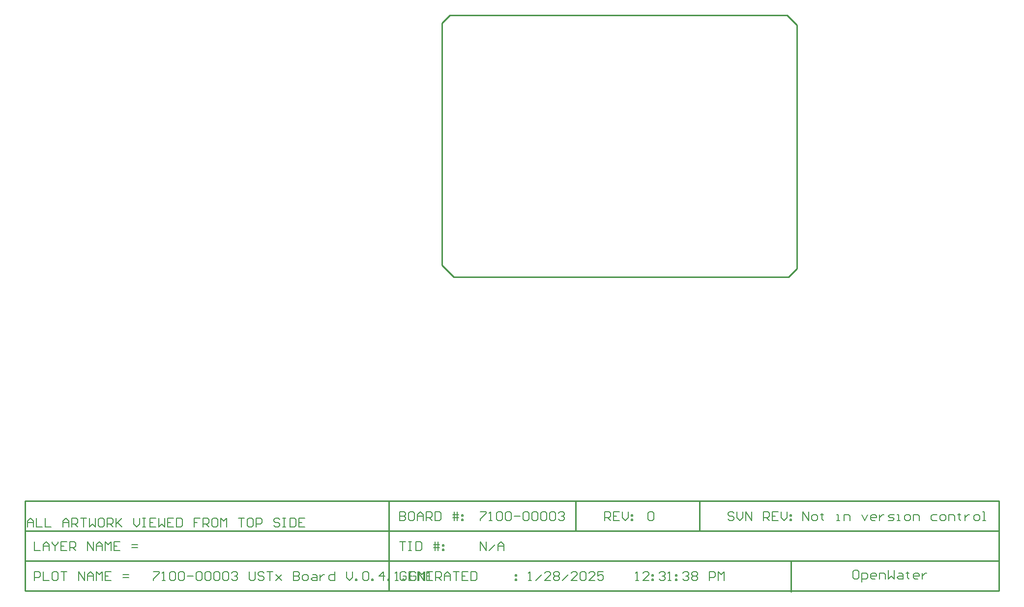
<source format=gm1>
G04*
G04 #@! TF.GenerationSoftware,Altium Limited,Altium Designer,24.3.1 (35)*
G04*
G04 Layer_Color=16711935*
%FSAX25Y25*%
%MOIN*%
G70*
G04*
G04 #@! TF.SameCoordinates,9BAF8AC8-72E2-4161-A934-73288D8D8D4B*
G04*
G04*
G04 #@! TF.FilePolarity,Positive*
G04*
G01*
G75*
%ADD11C,0.01000*%
%ADD20C,0.00800*%
G54D11*
X0526707Y0430831D02*
X0556579D01*
X0327808Y0430860D02*
X0527555D01*
X0322480Y0425531D02*
X0327808Y0430860D01*
X0322480Y0261132D02*
Y0425531D01*
Y0261132D02*
X0330615Y0252996D01*
X0330979D01*
X0557644Y0252996D01*
X0556579Y0430831D02*
X0563379Y0424031D01*
X0563379Y0258732D01*
X0557644Y0252996D02*
X0563379Y0258732D01*
X0497200Y0080717D02*
Y0101050D01*
X0413200Y0080717D02*
Y0101050D01*
X0040000Y0080717D02*
X0700200D01*
X0040000Y0060383D02*
X0700000D01*
X0040000Y0040050D02*
X0440500D01*
X0040050Y0101050D02*
X0700200D01*
X0040050Y0040050D02*
Y0101050D01*
Y0040050D02*
X0197600D01*
X0040000D02*
Y0101050D01*
X0286500Y0040050D02*
Y0101050D01*
X0700200Y0040050D02*
Y0101050D01*
X0440500Y0040050D02*
X0700200D01*
X0559400Y0039400D02*
Y0059683D01*
G54D20*
X0567400Y0087833D02*
Y0093831D01*
X0571399Y0087833D01*
Y0093831D01*
X0574398Y0087833D02*
X0576397D01*
X0577397Y0088833D01*
Y0090832D01*
X0576397Y0091832D01*
X0574398D01*
X0573398Y0090832D01*
Y0088833D01*
X0574398Y0087833D01*
X0580396Y0092832D02*
Y0091832D01*
X0579396D01*
X0581395D01*
X0580396D01*
Y0088833D01*
X0581395Y0087833D01*
X0590393D02*
X0592392D01*
X0591392D01*
Y0091832D01*
X0590393D01*
X0595391Y0087833D02*
Y0091832D01*
X0598390D01*
X0599390Y0090832D01*
Y0087833D01*
X0607387Y0091832D02*
X0609386Y0087833D01*
X0611386Y0091832D01*
X0616384Y0087833D02*
X0614385D01*
X0613385Y0088833D01*
Y0090832D01*
X0614385Y0091832D01*
X0616384D01*
X0617384Y0090832D01*
Y0089833D01*
X0613385D01*
X0619383Y0091832D02*
Y0087833D01*
Y0089833D01*
X0620383Y0090832D01*
X0621383Y0091832D01*
X0622382D01*
X0625381Y0087833D02*
X0628380D01*
X0629380Y0088833D01*
X0628380Y0089833D01*
X0626381D01*
X0625381Y0090832D01*
X0626381Y0091832D01*
X0629380D01*
X0631379Y0087833D02*
X0633379D01*
X0632379D01*
Y0091832D01*
X0631379D01*
X0637377Y0087833D02*
X0639377D01*
X0640376Y0088833D01*
Y0090832D01*
X0639377Y0091832D01*
X0637377D01*
X0636378Y0090832D01*
Y0088833D01*
X0637377Y0087833D01*
X0642376D02*
Y0091832D01*
X0645375D01*
X0646374Y0090832D01*
Y0087833D01*
X0658371Y0091832D02*
X0655372D01*
X0654372Y0090832D01*
Y0088833D01*
X0655372Y0087833D01*
X0658371D01*
X0661370D02*
X0663369D01*
X0664369Y0088833D01*
Y0090832D01*
X0663369Y0091832D01*
X0661370D01*
X0660370Y0090832D01*
Y0088833D01*
X0661370Y0087833D01*
X0666368D02*
Y0091832D01*
X0669367D01*
X0670367Y0090832D01*
Y0087833D01*
X0673366Y0092832D02*
Y0091832D01*
X0672366D01*
X0674365D01*
X0673366D01*
Y0088833D01*
X0674365Y0087833D01*
X0677364Y0091832D02*
Y0087833D01*
Y0089833D01*
X0678364Y0090832D01*
X0679364Y0091832D01*
X0680364D01*
X0684362Y0087833D02*
X0686362D01*
X0687361Y0088833D01*
Y0090832D01*
X0686362Y0091832D01*
X0684362D01*
X0683362Y0090832D01*
Y0088833D01*
X0684362Y0087833D01*
X0689361D02*
X0691360D01*
X0690360D01*
Y0093831D01*
X0689361D01*
X0520799Y0092832D02*
X0519799Y0093831D01*
X0517800D01*
X0516800Y0092832D01*
Y0091832D01*
X0517800Y0090832D01*
X0519799D01*
X0520799Y0089833D01*
Y0088833D01*
X0519799Y0087833D01*
X0517800D01*
X0516800Y0088833D01*
X0522798Y0093831D02*
Y0089833D01*
X0524797Y0087833D01*
X0526797Y0089833D01*
Y0093831D01*
X0528796Y0087833D02*
Y0093831D01*
X0532795Y0087833D01*
Y0093831D01*
X0540792Y0087833D02*
Y0093831D01*
X0543791D01*
X0544791Y0092832D01*
Y0090832D01*
X0543791Y0089833D01*
X0540792D01*
X0542792D02*
X0544791Y0087833D01*
X0550789Y0093831D02*
X0546790D01*
Y0087833D01*
X0550789D01*
X0546790Y0090832D02*
X0548790D01*
X0552788Y0093831D02*
Y0089833D01*
X0554788Y0087833D01*
X0556787Y0089833D01*
Y0093831D01*
X0558786Y0091832D02*
X0559786D01*
Y0090832D01*
X0558786D01*
Y0091832D01*
Y0088833D02*
X0559786D01*
Y0087833D01*
X0558786D01*
Y0088833D01*
X0433000Y0087833D02*
Y0093831D01*
X0435999D01*
X0436999Y0092832D01*
Y0090832D01*
X0435999Y0089833D01*
X0433000D01*
X0434999D02*
X0436999Y0087833D01*
X0442997Y0093831D02*
X0438998D01*
Y0087833D01*
X0442997D01*
X0438998Y0090832D02*
X0440997D01*
X0444996Y0093831D02*
Y0089833D01*
X0446995Y0087833D01*
X0448995Y0089833D01*
Y0093831D01*
X0450994Y0091832D02*
X0451994D01*
Y0090832D01*
X0450994D01*
Y0091832D01*
Y0088833D02*
X0451994D01*
Y0087833D01*
X0450994D01*
Y0088833D01*
X0126900Y0052965D02*
X0130899D01*
Y0051965D01*
X0126900Y0047966D01*
Y0046966D01*
X0132898D02*
X0134897D01*
X0133898D01*
Y0052965D01*
X0132898Y0051965D01*
X0137896D02*
X0138896Y0052965D01*
X0140895D01*
X0141895Y0051965D01*
Y0047966D01*
X0140895Y0046966D01*
X0138896D01*
X0137896Y0047966D01*
Y0051965D01*
X0143895D02*
X0144894Y0052965D01*
X0146894D01*
X0147893Y0051965D01*
Y0047966D01*
X0146894Y0046966D01*
X0144894D01*
X0143895Y0047966D01*
Y0051965D01*
X0149893Y0049966D02*
X0153891D01*
X0155891Y0051965D02*
X0156890Y0052965D01*
X0158890D01*
X0159889Y0051965D01*
Y0047966D01*
X0158890Y0046966D01*
X0156890D01*
X0155891Y0047966D01*
Y0051965D01*
X0161889D02*
X0162888Y0052965D01*
X0164888D01*
X0165887Y0051965D01*
Y0047966D01*
X0164888Y0046966D01*
X0162888D01*
X0161889Y0047966D01*
Y0051965D01*
X0167887D02*
X0168886Y0052965D01*
X0170886D01*
X0171885Y0051965D01*
Y0047966D01*
X0170886Y0046966D01*
X0168886D01*
X0167887Y0047966D01*
Y0051965D01*
X0173885D02*
X0174884Y0052965D01*
X0176884D01*
X0177884Y0051965D01*
Y0047966D01*
X0176884Y0046966D01*
X0174884D01*
X0173885Y0047966D01*
Y0051965D01*
X0179883D02*
X0180883Y0052965D01*
X0182882D01*
X0183882Y0051965D01*
Y0050965D01*
X0182882Y0049966D01*
X0181882D01*
X0182882D01*
X0183882Y0048966D01*
Y0047966D01*
X0182882Y0046966D01*
X0180883D01*
X0179883Y0047966D01*
X0191879Y0052965D02*
Y0047966D01*
X0192879Y0046966D01*
X0194878D01*
X0195878Y0047966D01*
Y0052965D01*
X0201876Y0051965D02*
X0200876Y0052965D01*
X0198877D01*
X0197877Y0051965D01*
Y0050965D01*
X0198877Y0049966D01*
X0200876D01*
X0201876Y0048966D01*
Y0047966D01*
X0200876Y0046966D01*
X0198877D01*
X0197877Y0047966D01*
X0203875Y0052965D02*
X0207874D01*
X0205874D01*
Y0046966D01*
X0209873Y0050965D02*
X0213872Y0046966D01*
X0211873Y0048966D01*
X0213872Y0050965D01*
X0209873Y0046966D01*
X0221869Y0052965D02*
Y0046966D01*
X0224868D01*
X0225868Y0047966D01*
Y0048966D01*
X0224868Y0049966D01*
X0221869D01*
X0224868D01*
X0225868Y0050965D01*
Y0051965D01*
X0224868Y0052965D01*
X0221869D01*
X0228867Y0046966D02*
X0230866D01*
X0231866Y0047966D01*
Y0049966D01*
X0230866Y0050965D01*
X0228867D01*
X0227867Y0049966D01*
Y0047966D01*
X0228867Y0046966D01*
X0234865Y0050965D02*
X0236864D01*
X0237864Y0049966D01*
Y0046966D01*
X0234865D01*
X0233865Y0047966D01*
X0234865Y0048966D01*
X0237864D01*
X0239863Y0050965D02*
Y0046966D01*
Y0048966D01*
X0240863Y0049966D01*
X0241863Y0050965D01*
X0242863D01*
X0249860Y0052965D02*
Y0046966D01*
X0246861D01*
X0245862Y0047966D01*
Y0049966D01*
X0246861Y0050965D01*
X0249860D01*
X0257858Y0052965D02*
Y0048966D01*
X0259857Y0046966D01*
X0261856Y0048966D01*
Y0052965D01*
X0263856Y0046966D02*
Y0047966D01*
X0264855D01*
Y0046966D01*
X0263856D01*
X0268854Y0051965D02*
X0269854Y0052965D01*
X0271853D01*
X0272853Y0051965D01*
Y0047966D01*
X0271853Y0046966D01*
X0269854D01*
X0268854Y0047966D01*
Y0051965D01*
X0274852Y0046966D02*
Y0047966D01*
X0275852D01*
Y0046966D01*
X0274852D01*
X0282850D02*
Y0052965D01*
X0279851Y0049966D01*
X0283849D01*
X0285849Y0046966D02*
Y0047966D01*
X0286848D01*
Y0046966D01*
X0285849D01*
X0290847D02*
X0292846D01*
X0291847D01*
Y0052965D01*
X0290847Y0051965D01*
X0295845Y0046966D02*
Y0047966D01*
X0296845D01*
Y0046966D01*
X0295845D01*
X0304842Y0051965D02*
X0303843Y0052965D01*
X0301843D01*
X0300844Y0051965D01*
Y0047966D01*
X0301843Y0046966D01*
X0303843D01*
X0304842Y0047966D01*
Y0049966D01*
X0302843D01*
X0306842Y0046966D02*
Y0052965D01*
X0308841Y0050965D01*
X0310841Y0052965D01*
Y0046966D01*
X0312840D02*
X0314839D01*
X0313840D01*
Y0052965D01*
X0312840Y0051965D01*
X0381150Y0046966D02*
X0383149D01*
X0382150D01*
Y0052965D01*
X0381150Y0051965D01*
X0386148Y0046966D02*
X0390147Y0050965D01*
X0396145Y0046966D02*
X0392146D01*
X0396145Y0050965D01*
Y0051965D01*
X0395146Y0052965D01*
X0393146D01*
X0392146Y0051965D01*
X0398145D02*
X0399144Y0052965D01*
X0401144D01*
X0402143Y0051965D01*
Y0050965D01*
X0401144Y0049966D01*
X0402143Y0048966D01*
Y0047966D01*
X0401144Y0046966D01*
X0399144D01*
X0398145Y0047966D01*
Y0048966D01*
X0399144Y0049966D01*
X0398145Y0050965D01*
Y0051965D01*
X0399144Y0049966D02*
X0401144D01*
X0404143Y0046966D02*
X0408141Y0050965D01*
X0414139Y0046966D02*
X0410141D01*
X0414139Y0050965D01*
Y0051965D01*
X0413140Y0052965D01*
X0411140D01*
X0410141Y0051965D01*
X0416139D02*
X0417138Y0052965D01*
X0419138D01*
X0420137Y0051965D01*
Y0047966D01*
X0419138Y0046966D01*
X0417138D01*
X0416139Y0047966D01*
Y0051965D01*
X0426135Y0046966D02*
X0422137D01*
X0426135Y0050965D01*
Y0051965D01*
X0425136Y0052965D01*
X0423136D01*
X0422137Y0051965D01*
X0432133Y0052965D02*
X0428135D01*
Y0049966D01*
X0430134Y0050965D01*
X0431134D01*
X0432133Y0049966D01*
Y0047966D01*
X0431134Y0046966D01*
X0429135D01*
X0428135Y0047966D01*
X0298199Y0051965D02*
X0297199Y0052965D01*
X0295200D01*
X0294200Y0051965D01*
Y0047966D01*
X0295200Y0046966D01*
X0297199D01*
X0298199Y0047966D01*
Y0049966D01*
X0296199D01*
X0304197Y0052965D02*
X0300198D01*
Y0046966D01*
X0304197D01*
X0300198Y0049966D02*
X0302197D01*
X0306196Y0046966D02*
Y0052965D01*
X0310195Y0046966D01*
Y0052965D01*
X0316193D02*
X0312194D01*
Y0046966D01*
X0316193D01*
X0312194Y0049966D02*
X0314194D01*
X0318192Y0046966D02*
Y0052965D01*
X0321191D01*
X0322191Y0051965D01*
Y0049966D01*
X0321191Y0048966D01*
X0318192D01*
X0320192D02*
X0322191Y0046966D01*
X0324190D02*
Y0050965D01*
X0326190Y0052965D01*
X0328189Y0050965D01*
Y0046966D01*
Y0049966D01*
X0324190D01*
X0330188Y0052965D02*
X0334187D01*
X0332188D01*
Y0046966D01*
X0340185Y0052965D02*
X0336186D01*
Y0046966D01*
X0340185D01*
X0336186Y0049966D02*
X0338186D01*
X0342184Y0052965D02*
Y0046966D01*
X0345183D01*
X0346183Y0047966D01*
Y0051965D01*
X0345183Y0052965D01*
X0342184D01*
X0372175Y0050965D02*
X0373175D01*
Y0049966D01*
X0372175D01*
Y0050965D01*
Y0047966D02*
X0373175D01*
Y0046966D01*
X0372175D01*
Y0047966D01*
X0041778Y0083375D02*
Y0087374D01*
X0043777Y0089373D01*
X0045777Y0087374D01*
Y0083375D01*
Y0086374D01*
X0041778D01*
X0047776Y0089373D02*
Y0083375D01*
X0051775D01*
X0053774Y0089373D02*
Y0083375D01*
X0057773D01*
X0065770D02*
Y0087374D01*
X0067769Y0089373D01*
X0069769Y0087374D01*
Y0083375D01*
Y0086374D01*
X0065770D01*
X0071768Y0083375D02*
Y0089373D01*
X0074767D01*
X0075767Y0088373D01*
Y0086374D01*
X0074767Y0085374D01*
X0071768D01*
X0073768D02*
X0075767Y0083375D01*
X0077766Y0089373D02*
X0081765D01*
X0079766D01*
Y0083375D01*
X0083764Y0089373D02*
Y0083375D01*
X0085764Y0085374D01*
X0087763Y0083375D01*
Y0089373D01*
X0092761D02*
X0090762D01*
X0089762Y0088373D01*
Y0084374D01*
X0090762Y0083375D01*
X0092761D01*
X0093761Y0084374D01*
Y0088373D01*
X0092761Y0089373D01*
X0095760Y0083375D02*
Y0089373D01*
X0098759D01*
X0099759Y0088373D01*
Y0086374D01*
X0098759Y0085374D01*
X0095760D01*
X0097760D02*
X0099759Y0083375D01*
X0101759Y0089373D02*
Y0083375D01*
Y0085374D01*
X0105757Y0089373D01*
X0102758Y0086374D01*
X0105757Y0083375D01*
X0113755Y0089373D02*
Y0085374D01*
X0115754Y0083375D01*
X0117753Y0085374D01*
Y0089373D01*
X0119753D02*
X0121752D01*
X0120752D01*
Y0083375D01*
X0119753D01*
X0121752D01*
X0128750Y0089373D02*
X0124751D01*
Y0083375D01*
X0128750D01*
X0124751Y0086374D02*
X0126750D01*
X0130749Y0089373D02*
Y0083375D01*
X0132748Y0085374D01*
X0134748Y0083375D01*
Y0089373D01*
X0140746D02*
X0136747D01*
Y0083375D01*
X0140746D01*
X0136747Y0086374D02*
X0138747D01*
X0142745Y0089373D02*
Y0083375D01*
X0145744D01*
X0146744Y0084374D01*
Y0088373D01*
X0145744Y0089373D01*
X0142745D01*
X0158740D02*
X0154741D01*
Y0086374D01*
X0156741D01*
X0154741D01*
Y0083375D01*
X0160739D02*
Y0089373D01*
X0163738D01*
X0164738Y0088373D01*
Y0086374D01*
X0163738Y0085374D01*
X0160739D01*
X0162739D02*
X0164738Y0083375D01*
X0169737Y0089373D02*
X0167737D01*
X0166737Y0088373D01*
Y0084374D01*
X0167737Y0083375D01*
X0169737D01*
X0170736Y0084374D01*
Y0088373D01*
X0169737Y0089373D01*
X0172736Y0083375D02*
Y0089373D01*
X0174735Y0087374D01*
X0176734Y0089373D01*
Y0083375D01*
X0184732Y0089373D02*
X0188730D01*
X0186731D01*
Y0083375D01*
X0193729Y0089373D02*
X0191729D01*
X0190730Y0088373D01*
Y0084374D01*
X0191729Y0083375D01*
X0193729D01*
X0194728Y0084374D01*
Y0088373D01*
X0193729Y0089373D01*
X0196728Y0083375D02*
Y0089373D01*
X0199727D01*
X0200727Y0088373D01*
Y0086374D01*
X0199727Y0085374D01*
X0196728D01*
X0212723Y0088373D02*
X0211723Y0089373D01*
X0209723D01*
X0208724Y0088373D01*
Y0087374D01*
X0209723Y0086374D01*
X0211723D01*
X0212723Y0085374D01*
Y0084374D01*
X0211723Y0083375D01*
X0209723D01*
X0208724Y0084374D01*
X0214722Y0089373D02*
X0216721D01*
X0215722D01*
Y0083375D01*
X0214722D01*
X0216721D01*
X0219720Y0089373D02*
Y0083375D01*
X0222719D01*
X0223719Y0084374D01*
Y0088373D01*
X0222719Y0089373D01*
X0219720D01*
X0229717D02*
X0225718D01*
Y0083375D01*
X0229717D01*
X0225718Y0086374D02*
X0227718D01*
X0462150Y0092832D02*
X0463150Y0093831D01*
X0465149D01*
X0466149Y0092832D01*
Y0088833D01*
X0465149Y0087833D01*
X0463150D01*
X0462150Y0088833D01*
Y0092832D01*
X0348550Y0093831D02*
X0352549D01*
Y0092832D01*
X0348550Y0088833D01*
Y0087833D01*
X0354548D02*
X0356547D01*
X0355548D01*
Y0093831D01*
X0354548Y0092832D01*
X0359546D02*
X0360546Y0093831D01*
X0362545D01*
X0363545Y0092832D01*
Y0088833D01*
X0362545Y0087833D01*
X0360546D01*
X0359546Y0088833D01*
Y0092832D01*
X0365545D02*
X0366544Y0093831D01*
X0368544D01*
X0369543Y0092832D01*
Y0088833D01*
X0368544Y0087833D01*
X0366544D01*
X0365545Y0088833D01*
Y0092832D01*
X0371543Y0090832D02*
X0375541D01*
X0377541Y0092832D02*
X0378540Y0093831D01*
X0380540D01*
X0381539Y0092832D01*
Y0088833D01*
X0380540Y0087833D01*
X0378540D01*
X0377541Y0088833D01*
Y0092832D01*
X0383539D02*
X0384538Y0093831D01*
X0386538D01*
X0387537Y0092832D01*
Y0088833D01*
X0386538Y0087833D01*
X0384538D01*
X0383539Y0088833D01*
Y0092832D01*
X0389537D02*
X0390536Y0093831D01*
X0392536D01*
X0393535Y0092832D01*
Y0088833D01*
X0392536Y0087833D01*
X0390536D01*
X0389537Y0088833D01*
Y0092832D01*
X0395535D02*
X0396534Y0093831D01*
X0398534D01*
X0399534Y0092832D01*
Y0088833D01*
X0398534Y0087833D01*
X0396534D01*
X0395535Y0088833D01*
Y0092832D01*
X0401533D02*
X0402532Y0093831D01*
X0404532D01*
X0405532Y0092832D01*
Y0091832D01*
X0404532Y0090832D01*
X0403532D01*
X0404532D01*
X0405532Y0089833D01*
Y0088833D01*
X0404532Y0087833D01*
X0402532D01*
X0401533Y0088833D01*
X0294000Y0093831D02*
Y0087833D01*
X0296999D01*
X0297999Y0088833D01*
Y0089833D01*
X0296999Y0090832D01*
X0294000D01*
X0296999D01*
X0297999Y0091832D01*
Y0092832D01*
X0296999Y0093831D01*
X0294000D01*
X0302997D02*
X0300998D01*
X0299998Y0092832D01*
Y0088833D01*
X0300998Y0087833D01*
X0302997D01*
X0303997Y0088833D01*
Y0092832D01*
X0302997Y0093831D01*
X0305996Y0087833D02*
Y0091832D01*
X0307996Y0093831D01*
X0309995Y0091832D01*
Y0087833D01*
Y0090832D01*
X0305996D01*
X0311994Y0087833D02*
Y0093831D01*
X0314993D01*
X0315993Y0092832D01*
Y0090832D01*
X0314993Y0089833D01*
X0311994D01*
X0313994D02*
X0315993Y0087833D01*
X0317992Y0093831D02*
Y0087833D01*
X0320991D01*
X0321991Y0088833D01*
Y0092832D01*
X0320991Y0093831D01*
X0317992D01*
X0330988Y0087833D02*
Y0093831D01*
X0332987D02*
Y0087833D01*
X0329988Y0091832D02*
X0332987D01*
X0333987D01*
X0329988Y0089833D02*
X0333987D01*
X0335986Y0091832D02*
X0336986D01*
Y0090832D01*
X0335986D01*
Y0091832D01*
Y0088833D02*
X0336986D01*
Y0087833D01*
X0335986D01*
Y0088833D01*
X0046350Y0073549D02*
Y0067551D01*
X0050349D01*
X0052348D02*
Y0071549D01*
X0054347Y0073549D01*
X0056347Y0071549D01*
Y0067551D01*
Y0070550D01*
X0052348D01*
X0058346Y0073549D02*
Y0072549D01*
X0060346Y0070550D01*
X0062345Y0072549D01*
Y0073549D01*
X0060346Y0070550D02*
Y0067551D01*
X0068343Y0073549D02*
X0064344D01*
Y0067551D01*
X0068343D01*
X0064344Y0070550D02*
X0066343D01*
X0070342Y0067551D02*
Y0073549D01*
X0073341D01*
X0074341Y0072549D01*
Y0070550D01*
X0073341Y0069550D01*
X0070342D01*
X0072342D02*
X0074341Y0067551D01*
X0082338D02*
Y0073549D01*
X0086337Y0067551D01*
Y0073549D01*
X0088336Y0067551D02*
Y0071549D01*
X0090336Y0073549D01*
X0092335Y0071549D01*
Y0067551D01*
Y0070550D01*
X0088336D01*
X0094335Y0067551D02*
Y0073549D01*
X0096334Y0071549D01*
X0098333Y0073549D01*
Y0067551D01*
X0104331Y0073549D02*
X0100332D01*
Y0067551D01*
X0104331D01*
X0100332Y0070550D02*
X0102332D01*
X0112329Y0069550D02*
X0116327D01*
X0112329Y0071549D02*
X0116327D01*
X0046350Y0046966D02*
Y0052965D01*
X0049349D01*
X0050349Y0051965D01*
Y0049966D01*
X0049349Y0048966D01*
X0046350D01*
X0052348Y0052965D02*
Y0046966D01*
X0056347D01*
X0061345Y0052965D02*
X0059346D01*
X0058346Y0051965D01*
Y0047966D01*
X0059346Y0046966D01*
X0061345D01*
X0062345Y0047966D01*
Y0051965D01*
X0061345Y0052965D01*
X0064344D02*
X0068343D01*
X0066343D01*
Y0046966D01*
X0076340D02*
Y0052965D01*
X0080339Y0046966D01*
Y0052965D01*
X0082338Y0046966D02*
Y0050965D01*
X0084338Y0052965D01*
X0086337Y0050965D01*
Y0046966D01*
Y0049966D01*
X0082338D01*
X0088336Y0046966D02*
Y0052965D01*
X0090336Y0050965D01*
X0092335Y0052965D01*
Y0046966D01*
X0098333Y0052965D02*
X0094335D01*
Y0046966D01*
X0098333D01*
X0094335Y0049966D02*
X0096334D01*
X0106331Y0048966D02*
X0110329D01*
X0106331Y0050965D02*
X0110329D01*
X0454050Y0046966D02*
X0456049D01*
X0455050D01*
Y0052965D01*
X0454050Y0051965D01*
X0463047Y0046966D02*
X0459048D01*
X0463047Y0050965D01*
Y0051965D01*
X0462047Y0052965D01*
X0460048D01*
X0459048Y0051965D01*
X0465046Y0050965D02*
X0466046D01*
Y0049966D01*
X0465046D01*
Y0050965D01*
Y0047966D02*
X0466046D01*
Y0046966D01*
X0465046D01*
Y0047966D01*
X0470045Y0051965D02*
X0471044Y0052965D01*
X0473044D01*
X0474044Y0051965D01*
Y0050965D01*
X0473044Y0049966D01*
X0472044D01*
X0473044D01*
X0474044Y0048966D01*
Y0047966D01*
X0473044Y0046966D01*
X0471044D01*
X0470045Y0047966D01*
X0476043Y0046966D02*
X0478042D01*
X0477043D01*
Y0052965D01*
X0476043Y0051965D01*
X0481041Y0050965D02*
X0482041D01*
Y0049966D01*
X0481041D01*
Y0050965D01*
Y0047966D02*
X0482041D01*
Y0046966D01*
X0481041D01*
Y0047966D01*
X0486040Y0051965D02*
X0487039Y0052965D01*
X0489039D01*
X0490038Y0051965D01*
Y0050965D01*
X0489039Y0049966D01*
X0488039D01*
X0489039D01*
X0490038Y0048966D01*
Y0047966D01*
X0489039Y0046966D01*
X0487039D01*
X0486040Y0047966D01*
X0492038Y0051965D02*
X0493037Y0052965D01*
X0495037D01*
X0496036Y0051965D01*
Y0050965D01*
X0495037Y0049966D01*
X0496036Y0048966D01*
Y0047966D01*
X0495037Y0046966D01*
X0493037D01*
X0492038Y0047966D01*
Y0048966D01*
X0493037Y0049966D01*
X0492038Y0050965D01*
Y0051965D01*
X0493037Y0049966D02*
X0495037D01*
X0504034Y0046966D02*
Y0052965D01*
X0507033D01*
X0508033Y0051965D01*
Y0049966D01*
X0507033Y0048966D01*
X0504034D01*
X0510032Y0046966D02*
Y0052965D01*
X0512031Y0050965D01*
X0514031Y0052965D01*
Y0046966D01*
X0604409Y0053922D02*
X0602409D01*
X0601409Y0052922D01*
Y0048923D01*
X0602409Y0047924D01*
X0604409D01*
X0605408Y0048923D01*
Y0052922D01*
X0604409Y0053922D01*
X0607408Y0045924D02*
Y0051922D01*
X0610407D01*
X0611406Y0050923D01*
Y0048923D01*
X0610407Y0047924D01*
X0607408D01*
X0616405D02*
X0614405D01*
X0613406Y0048923D01*
Y0050923D01*
X0614405Y0051922D01*
X0616405D01*
X0617404Y0050923D01*
Y0049923D01*
X0613406D01*
X0619404Y0047924D02*
Y0051922D01*
X0622403D01*
X0623402Y0050923D01*
Y0047924D01*
X0625402Y0053922D02*
Y0047924D01*
X0627401Y0049923D01*
X0629400Y0047924D01*
Y0053922D01*
X0632400Y0051922D02*
X0634399D01*
X0635398Y0050923D01*
Y0047924D01*
X0632400D01*
X0631400Y0048923D01*
X0632400Y0049923D01*
X0635398D01*
X0638398Y0052922D02*
Y0051922D01*
X0637398D01*
X0639397D01*
X0638398D01*
Y0048923D01*
X0639397Y0047924D01*
X0645395D02*
X0643396D01*
X0642396Y0048923D01*
Y0050923D01*
X0643396Y0051922D01*
X0645395D01*
X0646395Y0050923D01*
Y0049923D01*
X0642396D01*
X0648394Y0051922D02*
Y0047924D01*
Y0049923D01*
X0649394Y0050923D01*
X0650394Y0051922D01*
X0651393D01*
X0294000Y0073498D02*
X0297999D01*
X0295999D01*
Y0067500D01*
X0299998Y0073498D02*
X0301997D01*
X0300998D01*
Y0067500D01*
X0299998D01*
X0301997D01*
X0304996Y0073498D02*
Y0067500D01*
X0307996D01*
X0308995Y0068500D01*
Y0072498D01*
X0307996Y0073498D01*
X0304996D01*
X0317992Y0067500D02*
Y0073498D01*
X0319992D02*
Y0067500D01*
X0316993Y0071499D02*
X0319992D01*
X0320991D01*
X0316993Y0069499D02*
X0320991D01*
X0322991Y0071499D02*
X0323990D01*
Y0070499D01*
X0322991D01*
Y0071499D01*
Y0068500D02*
X0323990D01*
Y0067500D01*
X0322991D01*
Y0068500D01*
X0348550Y0067500D02*
Y0073498D01*
X0352549Y0067500D01*
Y0073498D01*
X0354548Y0067500D02*
X0358547Y0071499D01*
X0360546Y0067500D02*
Y0071499D01*
X0362545Y0073498D01*
X0364545Y0071499D01*
Y0067500D01*
Y0070499D01*
X0360546D01*
M02*

</source>
